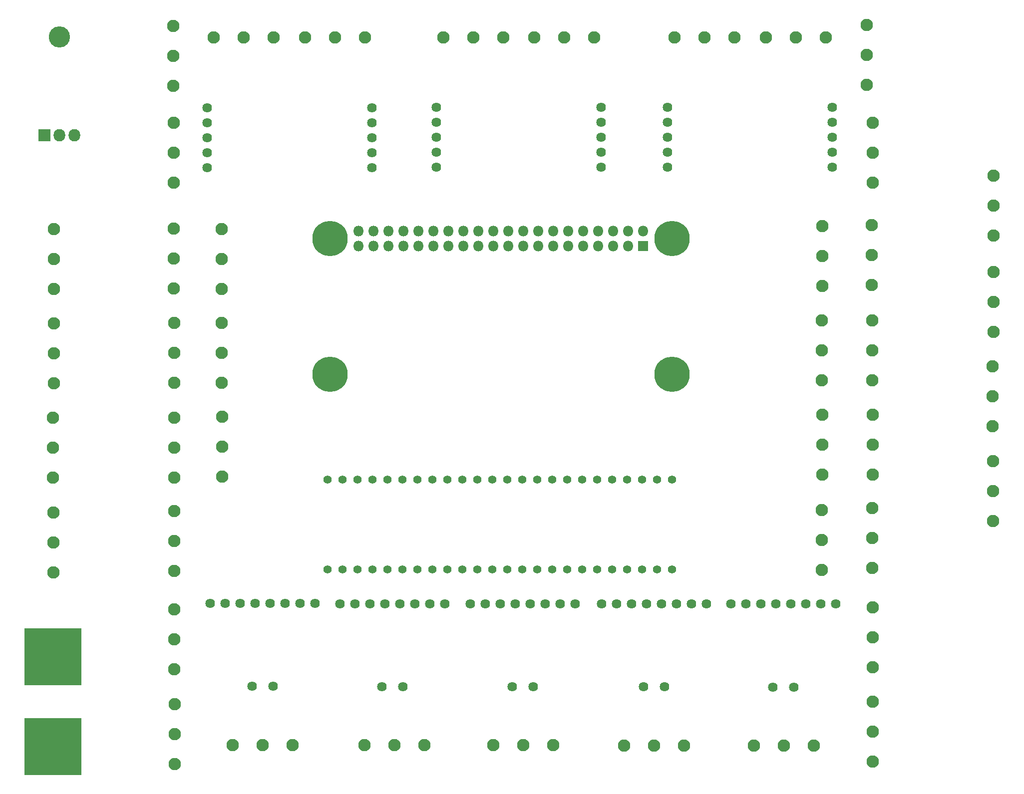
<source format=gbr>
G04 #@! TF.GenerationSoftware,KiCad,Pcbnew,(5.1.6)-1*
G04 #@! TF.CreationDate,2020-11-29T20:56:03-05:00*
G04 #@! TF.ProjectId,CaelusPCB,4361656c-7573-4504-9342-2e6b69636164,rev?*
G04 #@! TF.SameCoordinates,Original*
G04 #@! TF.FileFunction,Soldermask,Top*
G04 #@! TF.FilePolarity,Negative*
%FSLAX46Y46*%
G04 Gerber Fmt 4.6, Leading zero omitted, Abs format (unit mm)*
G04 Created by KiCad (PCBNEW (5.1.6)-1) date 2020-11-29 20:56:03*
%MOMM*%
%LPD*%
G01*
G04 APERTURE LIST*
%ADD10C,1.422400*%
%ADD11C,2.101600*%
%ADD12C,1.625600*%
%ADD13O,1.801600X1.801600*%
%ADD14R,1.801600X1.801600*%
%ADD15C,6.000000*%
%ADD16R,9.626600X9.626600*%
%ADD17O,3.601600X3.601600*%
%ADD18R,2.006600X2.101600*%
%ADD19O,2.006600X2.101600*%
G04 APERTURE END LIST*
D10*
X182910000Y-142120000D03*
X180370000Y-142120000D03*
X177830000Y-142120000D03*
X175290000Y-142120000D03*
X172750000Y-142120000D03*
X170210000Y-142120000D03*
X167670000Y-142120000D03*
X165130000Y-142120000D03*
X162590000Y-142120000D03*
X160050000Y-142120000D03*
X157510000Y-142120000D03*
X154970000Y-142120000D03*
X152430000Y-142120000D03*
X149890000Y-142120000D03*
X147350000Y-142120000D03*
X144810000Y-142120000D03*
X142270000Y-142120000D03*
X139730000Y-142120000D03*
X137190000Y-142120000D03*
X134650000Y-142120000D03*
X132110000Y-142120000D03*
X129570000Y-142120000D03*
X127030000Y-142120000D03*
X124490000Y-142120000D03*
X182910000Y-126880000D03*
X180370000Y-126880000D03*
X177830000Y-126880000D03*
X175290000Y-126880000D03*
X172750000Y-126880000D03*
X170210000Y-126880000D03*
X167670000Y-126880000D03*
X165130000Y-126880000D03*
X162590000Y-126880000D03*
X160050000Y-126880000D03*
X157510000Y-126880000D03*
X154970000Y-126880000D03*
X152430000Y-126880000D03*
X149890000Y-126880000D03*
X147350000Y-126880000D03*
X144810000Y-126880000D03*
X142270000Y-126880000D03*
X139730000Y-126880000D03*
X137190000Y-126880000D03*
X134650000Y-126880000D03*
X132110000Y-126880000D03*
X129570000Y-126880000D03*
X127030000Y-126880000D03*
X124490000Y-126880000D03*
D11*
X237440000Y-75320000D03*
X237440000Y-80400000D03*
X237440000Y-85480000D03*
D12*
X181633000Y-162072000D03*
X178077000Y-162072000D03*
X170965000Y-147975000D03*
X173505000Y-147975000D03*
X176045000Y-147975000D03*
X178585000Y-147975000D03*
X181125000Y-147975000D03*
X183665000Y-147975000D03*
X186205000Y-147975000D03*
X188745000Y-147975000D03*
D13*
X172970000Y-84785000D03*
X175510000Y-87325000D03*
X160270000Y-87325000D03*
X160270000Y-84785000D03*
X175510000Y-84785000D03*
X172970000Y-87325000D03*
X178050000Y-84785000D03*
D14*
X178050000Y-87325000D03*
D13*
X150110000Y-87325000D03*
X150110000Y-84785000D03*
X165350000Y-87325000D03*
X165350000Y-84785000D03*
X145030000Y-87325000D03*
X145030000Y-84785000D03*
X162810000Y-87325000D03*
X162810000Y-84785000D03*
X167890000Y-87325000D03*
X167890000Y-84785000D03*
X155190000Y-87325000D03*
X155190000Y-84785000D03*
X132330000Y-87325000D03*
X132330000Y-84785000D03*
X137410000Y-87325000D03*
X137410000Y-84785000D03*
X134870000Y-87325000D03*
X134870000Y-84785000D03*
X157730000Y-87325000D03*
X157730000Y-84785000D03*
X139950000Y-87325000D03*
X139950000Y-84785000D03*
X170430000Y-87325000D03*
X170430000Y-84785000D03*
X142490000Y-87325000D03*
X142490000Y-84785000D03*
X152650000Y-87325000D03*
X152650000Y-84785000D03*
X147570000Y-87325000D03*
X147570000Y-84785000D03*
X129790000Y-87325000D03*
X129790000Y-84785000D03*
D15*
X182920000Y-86055000D03*
X124920000Y-109055000D03*
X182920000Y-109055000D03*
X124920000Y-86055000D03*
D11*
X208365000Y-94035000D03*
X208365000Y-88955000D03*
X208365000Y-83875000D03*
X216890000Y-110085000D03*
X216890000Y-105005000D03*
X216890000Y-99925000D03*
X216815000Y-83750000D03*
X216815000Y-88830000D03*
X216815000Y-93910000D03*
D16*
X77910000Y-172230000D03*
X77910000Y-156990000D03*
D12*
X144425000Y-147955000D03*
X141885000Y-147955000D03*
X139345000Y-147955000D03*
X136805000Y-147955000D03*
X134265000Y-147955000D03*
X131725000Y-147955000D03*
X129185000Y-147955000D03*
X126645000Y-147955000D03*
X133757000Y-162052000D03*
X137313000Y-162052000D03*
D11*
X140955000Y-171975000D03*
X135875000Y-171975000D03*
X130795000Y-171975000D03*
D17*
X79000000Y-51840000D03*
D18*
X76460000Y-68500000D03*
D19*
X79000000Y-68500000D03*
X81540000Y-68500000D03*
D11*
X98350000Y-60080000D03*
X98350000Y-55000000D03*
X98350000Y-49920000D03*
X98450000Y-66370000D03*
X98450000Y-71450000D03*
X98450000Y-76530000D03*
X98475000Y-159105000D03*
X98475000Y-154025000D03*
X98475000Y-148945000D03*
X98600000Y-165045000D03*
X98600000Y-170125000D03*
X98600000Y-175205000D03*
X78125000Y-94530000D03*
X78125000Y-89450000D03*
X78125000Y-84370000D03*
X78075000Y-100420000D03*
X78075000Y-105500000D03*
X78075000Y-110580000D03*
X77975000Y-126580000D03*
X77975000Y-121500000D03*
X77975000Y-116420000D03*
X78025000Y-142680000D03*
X78025000Y-137600000D03*
X78025000Y-132520000D03*
D12*
X159413000Y-162082000D03*
X155857000Y-162082000D03*
X148745000Y-147985000D03*
X151285000Y-147985000D03*
X153825000Y-147985000D03*
X156365000Y-147985000D03*
X158905000Y-147985000D03*
X161445000Y-147985000D03*
X163985000Y-147985000D03*
X166525000Y-147985000D03*
D11*
X152595000Y-171975000D03*
X157675000Y-171975000D03*
X162755000Y-171975000D03*
X215925000Y-49820000D03*
X215925000Y-54900000D03*
X215925000Y-59980000D03*
X216975000Y-76555000D03*
X216975000Y-71475000D03*
X216975000Y-66395000D03*
X216960000Y-158740000D03*
X216960000Y-153660000D03*
X216960000Y-148580000D03*
X217000000Y-164600000D03*
X217000000Y-169680000D03*
X217000000Y-174760000D03*
X237450000Y-101840000D03*
X237450000Y-96760000D03*
X237450000Y-91680000D03*
X237310000Y-107670000D03*
X237310000Y-112750000D03*
X237310000Y-117830000D03*
X237370000Y-133970000D03*
X237370000Y-128890000D03*
X237370000Y-123810000D03*
D12*
X210675000Y-148015000D03*
X208135000Y-148015000D03*
X205595000Y-148015000D03*
X203055000Y-148015000D03*
X200515000Y-148015000D03*
X197975000Y-148015000D03*
X195435000Y-148015000D03*
X192895000Y-148015000D03*
X200007000Y-162112000D03*
X203563000Y-162112000D03*
D11*
X196795000Y-172075000D03*
X201875000Y-172075000D03*
X206955000Y-172075000D03*
X174795000Y-172025000D03*
X179875000Y-172025000D03*
X184955000Y-172025000D03*
D12*
X122395000Y-147895000D03*
X119855000Y-147895000D03*
X117315000Y-147895000D03*
X114775000Y-147895000D03*
X112235000Y-147895000D03*
X109695000Y-147895000D03*
X107155000Y-147895000D03*
X104615000Y-147895000D03*
X111727000Y-161992000D03*
X115283000Y-161992000D03*
D11*
X108395000Y-171975000D03*
X113475000Y-171975000D03*
X118555000Y-171975000D03*
X154330000Y-51890000D03*
X149250000Y-51890000D03*
X144170000Y-51890000D03*
D12*
X142940000Y-66310000D03*
X142940000Y-68850000D03*
X142940000Y-71390000D03*
X142930000Y-73930000D03*
X142940000Y-63770000D03*
X170880000Y-63770000D03*
X170880000Y-66310000D03*
X170880000Y-68850000D03*
X170880000Y-71390000D03*
X170880000Y-73930000D03*
D11*
X159570000Y-51890000D03*
X164650000Y-51890000D03*
X169730000Y-51890000D03*
X98450000Y-84320000D03*
X98450000Y-89400000D03*
X98450000Y-94480000D03*
X98475000Y-110480000D03*
X98475000Y-105400000D03*
X98475000Y-100320000D03*
X98475000Y-132270000D03*
X98475000Y-137350000D03*
X98475000Y-142430000D03*
X98525000Y-126530000D03*
X98525000Y-121450000D03*
X98525000Y-116370000D03*
X106550000Y-110480000D03*
X106550000Y-105400000D03*
X106550000Y-100320000D03*
X106550000Y-84395000D03*
X106550000Y-89475000D03*
X106550000Y-94555000D03*
X106600000Y-116220000D03*
X106600000Y-121300000D03*
X106600000Y-126380000D03*
X208340000Y-142235000D03*
X208340000Y-137155000D03*
X208340000Y-132075000D03*
X193480000Y-51900000D03*
X188400000Y-51900000D03*
X183320000Y-51900000D03*
D12*
X210130000Y-73930000D03*
X210130000Y-71390000D03*
X210130000Y-68850000D03*
X210130000Y-66310000D03*
X210130000Y-63770000D03*
X182190000Y-63770000D03*
X182180000Y-73930000D03*
X182190000Y-71390000D03*
X182190000Y-68850000D03*
X182190000Y-66310000D03*
D11*
X198820000Y-51900000D03*
X203900000Y-51900000D03*
X208980000Y-51900000D03*
X216940000Y-115900000D03*
X216940000Y-120980000D03*
X216940000Y-126060000D03*
X216915000Y-141910000D03*
X216915000Y-136830000D03*
X216915000Y-131750000D03*
X208365000Y-115900000D03*
X208365000Y-120980000D03*
X208365000Y-126060000D03*
X208340000Y-99900000D03*
X208340000Y-104980000D03*
X208340000Y-110060000D03*
X115330000Y-51890000D03*
X110250000Y-51890000D03*
X105170000Y-51890000D03*
D12*
X104070000Y-66340000D03*
X104070000Y-68880000D03*
X104070000Y-71420000D03*
X104060000Y-73960000D03*
X104070000Y-63800000D03*
X132010000Y-63800000D03*
X132010000Y-66340000D03*
X132010000Y-68880000D03*
X132010000Y-71420000D03*
X132010000Y-73960000D03*
D11*
X120650000Y-51930000D03*
X125730000Y-51930000D03*
X130810000Y-51930000D03*
M02*

</source>
